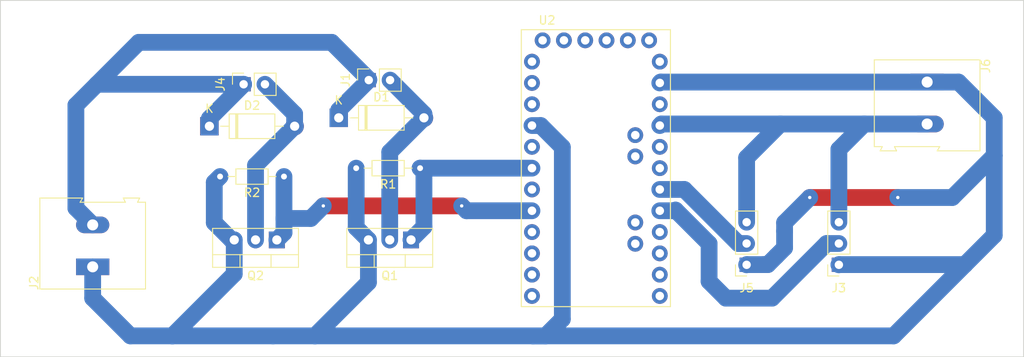
<source format=kicad_pcb>
(kicad_pcb (version 20221018) (generator pcbnew)
  (layers (0 "F.Cu" signal) (31 "B.Cu" signal) (34 "B.Paste" user) (35 "F.Paste" user) (36 "B.SilkS" user "B.Silkscreen") (37 "F.SilkS" user "F.Silkscreen") (38 "B.Mask" user) (39 "F.Mask" user) (44 "Edge.Cuts" user))
  (net 0 "")
  (net 1 "+5V")
  (net 2 "GND")
  (net 3 "+12V")
  (net 4 "Net-(D1-A)")
  (net 5 "Net-(D2-A)")
  (net 6 "/A0")
  (net 7 "/A1")
  (net 8 "/D3")
  (net 9 "/D5")
  (footprint "Package_TO_SOT_THT:TO-220-3_Vertical" (layer "F.Cu") (at 135.46 104.555 180)
    (fp_text reference "Q1" (at 2.54 -4.27) (layer "F.SilkS"))
    (fp_text value "IRLZ44N")
    (fp_line (start -2.58 -3.27) (end -2.58 1.371) (stroke (width 0.12)) (layer "F.SilkS"))
    (fp_line (start -2.58 -3.27) (end 7.66 -3.27) (stroke (width 0.12)) (layer "F.SilkS"))
    (fp_line (start -2.58 -1.76) (end 7.66 -1.76) (stroke (width 0.12)) (layer "F.SilkS"))
    (fp_line (start -2.58 1.371) (end 7.66 1.371) (stroke (width 0.12)) (layer "F.SilkS"))
    (fp_line (start 0.69 -3.27) (end 0.69 -1.76) (stroke (width 0.12)) (layer "F.SilkS"))
    (fp_line (start 4.391 -3.27) (end 4.391 -1.76) (stroke (width 0.12)) (layer "F.SilkS"))
    (fp_line (start 7.66 -3.27) (end 7.66 1.371) (stroke (width 0.12)) (layer "F.SilkS"))
    (pad "1" thru_hole rect (at 0 0 180) (size 1.905 2) (drill 1.1) (layers "*.Cu" "*.Mask") (net 8 "/D3"))
    (pad "2" thru_hole oval (at 2.54 0 180) (size 1.905 2) (drill 1.1) (layers "*.Cu" "*.Mask") (net 4 "Net-(D1-A)"))
    (pad "3" thru_hole oval (at 5.08 0 180) (size 1.905 2) (drill 1.1) (layers "*.Cu" "*.Mask") (net 2 "GND"))
  )
  (footprint "Connector_PinSocket_2.54mm:PinSocket_1x03_P2.54mm_Vertical" (layer "F.Cu") (at 175.475 107.525 180)
    (fp_text reference "J5" (at 0 -2.77) (layer "F.SilkS"))
    (fp_text value "Conn_01x03_Socket")
    (fp_line (start -1.33 1.27) (end -1.33 6.41) (stroke (width 0.12)) (layer "F.SilkS"))
    (fp_line (start -1.33 1.27) (end 1.33 1.27) (stroke (width 0.12)) (layer "F.SilkS"))
    (fp_line (start -1.33 6.41) (end 1.33 6.41) (stroke (width 0.12)) (layer "F.SilkS"))
    (fp_line (start 0 -1.33) (end 1.33 -1.33) (stroke (width 0.12)) (layer "F.SilkS"))
    (fp_line (start 1.33 -1.33) (end 1.33 0) (stroke (width 0.12)) (layer "F.SilkS"))
    (fp_line (start 1.33 1.27) (end 1.33 6.41) (stroke (width 0.12)) (layer "F.SilkS"))
    (pad "1" thru_hole rect (at 0 0 180) (size 1.7 1.7) (drill 1) (layers "*.Cu" "*.Mask") (net 2 "GND"))
    (pad "2" thru_hole oval (at 0 2.54 180) (size 1.7 1.7) (drill 1) (layers "*.Cu" "*.Mask") (net 7 "/A1"))
    (pad "3" thru_hole oval (at 0 5.08 180) (size 1.7 1.7) (drill 1) (layers "*.Cu" "*.Mask") (net 1 "+5V"))
  )
  (footprint "Resistor_THT:R_Axial_DIN0204_L3.6mm_D1.6mm_P7.62mm_Horizontal" (layer "F.Cu") (at 120.31 97 180)
    (fp_text reference "R2" (at 3.81 -1.92) (layer "F.SilkS"))
    (fp_text value "10k")
    (fp_line (start 0.94 0) (end 1.89 0) (stroke (width 0.12)) (layer "F.SilkS"))
    (fp_line (start 1.89 -0.92) (end 1.89 0.92) (stroke (width 0.12)) (layer "F.SilkS"))
    (fp_line (start 1.89 0.92) (end 5.73 0.92) (stroke (width 0.12)) (layer "F.SilkS"))
    (fp_line (start 5.73 -0.92) (end 1.89 -0.92) (stroke (width 0.12)) (layer "F.SilkS"))
    (fp_line (start 5.73 0.92) (end 5.73 -0.92) (stroke (width 0.12)) (layer "F.SilkS"))
    (fp_line (start 6.68 0) (end 5.73 0) (stroke (width 0.12)) (layer "F.SilkS"))
    (pad "1" thru_hole circle (at 0 0 180) (size 1.4 1.4) (drill 0.7) (layers "*.Cu" "*.Mask") (net 9 "/D5"))
    (pad "2" thru_hole oval (at 7.62 0 180) (size 1.4 1.4) (drill 0.7) (layers "*.Cu" "*.Mask") (net 2 "GND"))
  )
  (footprint "Arduino_pro_mini:MODULE_ARDUINO_PRO_MINI" (layer "F.Cu") (at 157.5 96)
    (fp_text reference "U2" (at -5.825 -17.635) (layer "F.SilkS"))
    (fp_text value "ARDUINO_PRO_MINI")
    (fp_line (start -8.89 -16.51) (end -8.89 16.51) (stroke (width 0.127)) (layer "F.SilkS"))
    (fp_line (start -8.89 16.51) (end 8.89 16.51) (stroke (width 0.127)) (layer "F.SilkS"))
    (fp_line (start 8.89 -16.51) (end -8.89 -16.51) (stroke (width 0.127)) (layer "F.SilkS"))
    (fp_line (start 8.89 16.51) (end 8.89 -16.51) (stroke (width 0.127)) (layer "F.SilkS"))
    (pad "JP1_1" thru_hole circle (at 6.35 -15.24) (size 1.8796 1.8796) (drill 1.016) (layers "*.Cu" "*.Mask"))
    (pad "JP1_2" thru_hole circle (at 3.81 -15.24) (size 1.8796 1.8796) (drill 1.016) (layers "*.Cu" "*.Mask"))
    (pad "JP1_3" thru_hole circle (at 1.27 -15.24) (size 1.8796 1.8796) (drill 1.016) (layers "*.Cu" "*.Mask"))
    (pad "JP1_4" thru_hole circle (at -1.27 -15.24) (size 1.8796 1.8796) (drill 1.016) (layers "*.Cu" "*.Mask"))
    (pad "JP1_5" thru_hole circle (at -3.81 -15.24) (size 1.8796 1.8796) (drill 1.016) (layers "*.Cu" "*.Mask") (net 2 "GND"))
    (pad "JP1_6" thru_hole circle (at -6.35 -15.24) (size 1.8796 1.8796) (drill 1.016) (layers "*.Cu" "*.Mask") (net 2 "GND"))
    (pad "JP2_1" thru_hole circle (at 4.699 -1.397) (size 1.8796 1.8796) (drill 1.016) (layers "*.Cu" "*.Mask"))
    (pad "JP2_2" thru_hole circle (at 4.699 -3.937) (size 1.8796 1.8796) (drill 1.016) (layers "*.Cu" "*.Mask"))
    (pad "JP3_1" thru_hole circle (at 4.699 9.017) (size 1.8796 1.8796) (drill 1.016) (layers "*.Cu" "*.Mask"))
    (pad "JP3_2" thru_hole circle (at 4.699 6.477) (size 1.8796 1.8796) (drill 1.016) (layers "*.Cu" "*.Mask"))
    (pad "JP6_1" thru_hole circle (at 7.62 -12.7) (size 1.8796 1.8796) (drill 1.016) (layers "*.Cu" "*.Mask"))
    (pad "JP6_2" thru_hole circle (at 7.62 -10.16) (size 1.8796 1.8796) (drill 1.016) (layers "*.Cu" "*.Mask") (net 2 "GND"))
    (pad "JP6_3" thru_hole circle (at 7.62 -7.62) (size 1.8796 1.8796) (drill 1.016) (layers "*.Cu" "*.Mask"))
    (pad "JP6_4" thru_hole circle (at 7.62 -5.08) (size 1.8796 1.8796) (drill 1.016) (layers "*.Cu" "*.Mask") (net 1 "+5V"))
    (pad "JP6_5" thru_hole circle (at 7.62 -2.54) (size 1.8796 1.8796) (drill 1.016) (layers "*.Cu" "*.Mask"))
    (pad "JP6_6" thru_hole circle (at 7.62 0) (size 1.8796 1.8796) (drill 1.016) (layers "*.Cu" "*.Mask"))
    (pad "JP6_7" thru_hole circle (at 7.62 2.54) (size 1.8796 1.8796) (drill 1.016) (layers "*.Cu" "*.Mask") (net 7 "/A1"))
    (pad "JP6_8" thru_hole circle (at 7.62 5.08) (size 1.8796 1.8796) (drill 1.016) (layers "*.Cu" "*.Mask") (net 6 "/A0"))
    (pad "JP6_9" thru_hole circle (at 7.62 7.62) (size 1.8796 1.8796) (drill 1.016) (layers "*.Cu" "*.Mask"))
    (pad "JP6_10" thru_hole circle (at 7.62 10.16) (size 1.8796 1.8796) (drill 1.016) (layers "*.Cu" "*.Mask"))
    (pad "JP6_11" thru_hole circle (at 7.62 12.7) (size 1.8796 1.8796) (drill 1.016) (layers "*.Cu" "*.Mask"))
    (pad "JP6_12" thru_hole circle (at 7.62 15.24) (size 1.8796 1.8796) (drill 1.016) (layers "*.Cu" "*.Mask"))
    (pad "JP7_1" thru_hole circle (at -7.62 15.24) (size 1.8796 1.8796) (drill 1.016) (layers "*.Cu" "*.Mask"))
    (pad "JP7_2" thru_hole circle (at -7.62 12.7) (size 1.8796 1.8796) (drill 1.016) (layers "*.Cu" "*.Mask"))
    (pad "JP7_3" thru_hole circle (at -7.62 10.16) (size 1.8796 1.8796) (drill 1.016) (layers "*.Cu" "*.Mask"))
    (pad "JP7_4" thru_hole circle (at -7.62 7.62) (size 1.8796 1.8796) (drill 1.016) (layers "*.Cu" "*.Mask"))
    (pad "JP7_5" thru_hole circle (at -7.62 5.08) (size 1.8796 1.8796) (drill 1.016) (layers "*.Cu" "*.Mask") (net 9 "/D5"))
    (pad "JP7_6" thru_hole circle (at -7.62 2.54) (size 1.8796 1.8796) (drill 1.016) (layers "*.Cu" "*.Mask"))
    (pad "JP7_7" thru_hole circle (at -7.62 0) (size 1.8796 1.8796) (drill 1.016) (layers "*.Cu" "*.Mask") (net 8 "/D3"))
    (pad "JP7_8" thru_hole circle (at -7.62 -2.54) (size 1.8796 1.8796) (drill 1.016) (layers "*.Cu" "*.Mask"))
    (pad "JP7_9" thru_hole circle (at -7.62 -5.08) (size 1.8796 1.8796) (drill 1.016) (layers "*.Cu" "*.Mask") (net 2 "GND"))
    (pad "JP7_10" thru_hole circle (at -7.62 -7.62) (size 1.8796 1.8796) (drill 1.016) (layers "*.Cu" "*.Mask"))
    (pad "JP7_11" thru_hole circle (at -7.62 -10.16) (size 1.8796 1.8796) (drill 1.016) (layers "*.Cu" "*.Mask"))
    (pad "JP7_12" thru_hole circle (at -7.62 -12.7) (size 1.8796 1.8796) (drill 1.016) (layers "*.Cu" "*.Mask"))
  )
  (footprint "TerminalBlock:TerminalBlock_Altech_AK300-2_P5.00mm" (layer "F.Cu") (at 197 85.735 -90)
    (fp_text reference "J6" (at -1.92 -6.99 90) (layer "F.SilkS"))
    (fp_text value "Screw_Terminal_01x02")
    (fp_line (start -2.65 -6.3) (end -2.65 6.3) (stroke (width 0.12)) (layer "F.SilkS"))
    (fp_line (start -2.65 6.3) (end 7.7 6.3) (stroke (width 0.12)) (layer "F.SilkS"))
    (fp_line (start 7.7 -1.5) (end 8.2 -1.2) (stroke (width 0.12)) (layer "F.SilkS"))
    (fp_line (start 7.7 3.9) (end 7.7 -1.5) (stroke (width 0.12)) (layer "F.SilkS"))
    (fp_line (start 7.7 5.35) (end 8.2 5.6) (stroke (width 0.12)) (layer "F.SilkS"))
    (fp_line (start 7.7 6.3) (end 7.7 5.35) (stroke (width 0.12)) (layer "F.SilkS"))
    (fp_line (start 8.2 -6.3) (end -2.65 -6.3) (stroke (width 0.12)) (layer "F.SilkS"))
    (fp_line (start 8.2 -1.2) (end 8.2 -6.3) (stroke (width 0.12)) (layer "F.SilkS"))
    (fp_line (start 8.2 3.65) (end 7.7 3.9) (stroke (width 0.12)) (layer "F.SilkS"))
    (fp_line (start 8.2 3.7) (end 8.2 3.65) (stroke (width 0.12)) (layer "F.SilkS"))
    (fp_line (start 8.2 5.6) (end 8.2 3.7) (stroke (width 0.12)) (layer "F.SilkS"))
    (pad "1" thru_hole rect (at 0 0 270) (size 1.98 3.96) (drill 1.32) (layers "*.Cu" "*.Mask") (net 2 "GND"))
    (pad "2" thru_hole oval (at 5 0 270) (size 1.98 3.96) (drill 1.32) (layers "*.Cu" "*.Mask") (net 1 "+5V"))
  )
  (footprint "Connector_PinSocket_2.54mm:PinSocket_1x02_P2.54mm_Vertical" (layer "F.Cu") (at 115.5 86 90)
    (fp_text reference "J4" (at 0 -2.77 90) (layer "F.SilkS"))
    (fp_text value "Conn_01x02_Socket")
    (fp_line (start -1.33 1.27) (end -1.33 3.87) (stroke (width 0.12)) (layer "F.SilkS"))
    (fp_line (start -1.33 1.27) (end 1.33 1.27) (stroke (width 0.12)) (layer "F.SilkS"))
    (fp_line (start -1.33 3.87) (end 1.33 3.87) (stroke (width 0.12)) (layer "F.SilkS"))
    (fp_line (start 0 -1.33) (end 1.33 -1.33) (stroke (width 0.12)) (layer "F.SilkS"))
    (fp_line (start 1.33 -1.33) (end 1.33 0) (stroke (width 0.12)) (layer "F.SilkS"))
    (fp_line (start 1.33 1.27) (end 1.33 3.87) (stroke (width 0.12)) (layer "F.SilkS"))
    (pad "1" thru_hole rect (at 0 0 90) (size 1.7 1.7) (drill 1) (layers "*.Cu" "*.Mask") (net 3 "+12V"))
    (pad "2" thru_hole oval (at 0 2.54 90) (size 1.7 1.7) (drill 1) (layers "*.Cu" "*.Mask") (net 5 "Net-(D2-A)"))
  )
  (footprint "Package_TO_SOT_THT:TO-220-3_Vertical" (layer "F.Cu") (at 119.46 104.555 180)
    (fp_text reference "Q2" (at 2.54 -4.27) (layer "F.SilkS"))
    (fp_text value "IRLZ44N" hide)
    (fp_line (start -2.58 -3.27) (end -2.58 1.371) (stroke (width 0.12)) (layer "F.SilkS"))
    (fp_line (start -2.58 -3.27) (end 7.66 -3.27) (stroke (width 0.12)) (layer "F.SilkS"))
    (fp_line (start -2.58 -1.76) (end 7.66 -1.76) (stroke (width 0.12)) (layer "F.SilkS"))
    (fp_line (start -2.58 1.371) (end 7.66 1.371) (stroke (width 0.12)) (layer "F.SilkS"))
    (fp_line (start 0.69 -3.27) (end 0.69 -1.76) (stroke (width 0.12)) (layer "F.SilkS"))
    (fp_line (start 4.391 -3.27) (end 4.391 -1.76) (stroke (width 0.12)) (layer "F.SilkS"))
    (fp_line (start 7.66 -3.27) (end 7.66 1.371) (stroke (width 0.12)) (layer "F.SilkS"))
    (pad "1" thru_hole rect (at 0 0 180) (size 1.905 2) (drill 1.1) (layers "*.Cu" "*.Mask") (net 9 "/D5"))
    (pad "2" thru_hole oval (at 2.54 0 180) (size 1.905 2) (drill 1.1) (layers "*.Cu" "*.Mask") (net 5 "Net-(D2-A)"))
    (pad "3" thru_hole oval (at 5.08 0 180) (size 1.905 2) (drill 1.1) (layers "*.Cu" "*.Mask") (net 2 "GND"))
  )
  (footprint "Connector_PinSocket_2.54mm:PinSocket_1x02_P2.54mm_Vertical" (layer "F.Cu") (at 130.42 85.5 90)
    (fp_text reference "J1" (at 0 -2.77 90) (layer "F.SilkS"))
    (fp_text value "Conn_01x02_Socket")
    (fp_line (start -1.33 1.27) (end -1.33 3.87) (stroke (width 0.12)) (layer "F.SilkS"))
    (fp_line (start -1.33 1.27) (end 1.33 1.27) (stroke (width 0.12)) (layer "F.SilkS"))
    (fp_line (start -1.33 3.87) (end 1.33 3.87) (stroke (width 0.12)) (layer "F.SilkS"))
    (fp_line (start 0 -1.33) (end 1.33 -1.33) (stroke (width 0.12)) (layer "F.SilkS"))
    (fp_line (start 1.33 -1.33) (end 1.33 0) (stroke (width 0.12)) (layer "F.SilkS"))
    (fp_line (start 1.33 1.27) (end 1.33 3.87) (stroke (width 0.12)) (layer "F.SilkS"))
    (pad "1" thru_hole rect (at 0 0 90) (size 1.7 1.7) (drill 1) (layers "*.Cu" "*.Mask") (net 3 "+12V"))
    (pad "2" thru_hole oval (at 0 2.54 90) (size 1.7 1.7) (drill 1) (layers "*.Cu" "*.Mask") (net 4 "Net-(D1-A)"))
  )
  (footprint "Diode_THT:D_DO-41_SOD81_P10.16mm_Horizontal" (layer "F.Cu") (at 126.84 90)
    (fp_text reference "D1" (at 5.08 -2.47) (layer "F.SilkS"))
    (fp_text value "1N4001")
    (fp_text user "K" (at 0 -2.1) (layer "F.SilkS"))
    (fp_line (start 1.34 0) (end 2.36 0) (stroke (width 0.12)) (layer "F.SilkS"))
    (fp_line (start 2.36 -1.47) (end 2.36 1.47) (stroke (width 0.12)) (layer "F.SilkS"))
    (fp_line (start 2.36 1.47) (end 7.8 1.47) (stroke (width 0.12)) (layer "F.SilkS"))
    (fp_line (start 3.14 -1.47) (end 3.14 1.47) (stroke (width 0.12)) (layer "F.SilkS"))
    (fp_line (start 3.26 -1.47) (end 3.26 1.47) (stroke (width 0.12)) (layer "F.SilkS"))
    (fp_line (start 3.38 -1.47) (end 3.38 1.47) (stroke (width 0.12)) (layer "F.SilkS"))
    (fp_line (start 7.8 -1.47) (end 2.36 -1.47) (stroke (width 0.12)) (layer "F.SilkS"))
    (fp_line (start 7.8 1.47) (end 7.8 -1.47) (stroke (width 0.12)) (layer "F.SilkS"))
    (fp_line (start 8.82 0) (end 7.8 0) (stroke (width 0.12)) (layer "F.SilkS"))
    (pad "1" thru_hole rect (at 0 0) (size 2.2 2.2) (drill 1.1) (layers "*.Cu" "*.Mask") (net 3 "+12V"))
    (pad "2" thru_hole oval (at 10.16 0) (size 2.2 2.2) (drill 1.1) (layers "*.Cu" "*.Mask") (net 4 "Net-(D1-A)"))
  )
  (footprint "TerminalBlock:TerminalBlock_Altech_AK300-2_P5.00mm" (layer "F.Cu") (at 97.5 107.765 90)
    (fp_text reference "J2" (at -1.92 -6.99 90) (layer "F.SilkS"))
    (fp_text value "Screw_Terminal_01x02")
    (fp_line (start -2.65 -6.3) (end -2.65 6.3) (stroke (width 0.12)) (layer "F.SilkS"))
    (fp_line (start -2.65 6.3) (end 7.7 6.3) (stroke (width 0.12)) (layer "F.SilkS"))
    (fp_line (start 7.7 -1.5) (end 8.2 -1.2) (stroke (width 0.12)) (layer "F.SilkS"))
    (fp_line (start 7.7 3.9) (end 7.7 -1.5) (stroke (width 0.12)) (layer "F.SilkS"))
    (fp_line (start 7.7 5.35) (end 8.2 5.6) (stroke (width 0.12)) (layer "F.SilkS"))
    (fp_line (start 7.7 6.3) (end 7.7 5.35) (stroke (width 0.12)) (layer "F.SilkS"))
    (fp_line (start 8.2 -6.3) (end -2.65 -6.3) (stroke (width 0.12)) (layer "F.SilkS"))
    (fp_line (start 8.2 -1.2) (end 8.2 -6.3) (stroke (width 0.12)) (layer "F.SilkS"))
    (fp_line (start 8.2 3.65) (end 7.7 3.9) (stroke (width 0.12)) (layer "F.SilkS"))
    (fp_line (start 8.2 3.7) (end 8.2 3.65) (stroke (width 0.12)) (layer "F.SilkS"))
    (fp_line (start 8.2 5.6) (end 8.2 3.7) (stroke (width 0.12)) (layer "F.SilkS"))
    (pad "1" thru_hole rect (at 0 0 90) (size 1.98 3.96) (drill 1.32) (layers "*.Cu" "*.Mask") (net 2 "GND"))
    (pad "2" thru_hole oval (at 5 0 90) (size 1.98 3.96) (drill 1.32) (layers "*.Cu" "*.Mask") (net 3 "+12V"))
  )
  (footprint "Diode_THT:D_DO-41_SOD81_P10.16mm_Horizontal" (layer "F.Cu") (at 111.42 91)
    (fp_text reference "D2" (at 5.08 -2.47) (layer "F.SilkS"))
    (fp_text value "1N4001")
    (fp_text user "K" (at 0 -2.1) (layer "F.SilkS"))
    (fp_line (start 1.34 0) (end 2.36 0) (stroke (width 0.12)) (layer "F.SilkS"))
    (fp_line (start 2.36 -1.47) (end 2.36 1.47) (stroke (width 0.12)) (layer "F.SilkS"))
    (fp_line (start 2.36 1.47) (end 7.8 1.47) (stroke (width 0.12)) (layer "F.SilkS"))
    (fp_line (start 3.14 -1.47) (end 3.14 1.47) (stroke (width 0.12)) (layer "F.SilkS"))
    (fp_line (start 3.26 -1.47) (end 3.26 1.47) (stroke (width 0.12)) (layer "F.SilkS"))
    (fp_line (start 3.38 -1.47) (end 3.38 1.47) (stroke (width 0.12)) (layer "F.SilkS"))
    (fp_line (start 7.8 -1.47) (end 2.36 -1.47) (stroke (width 0.12)) (layer "F.SilkS"))
    (fp_line (start 7.8 1.47) (end 7.8 -1.47) (stroke (width 0.12)) (layer "F.SilkS"))
    (fp_line (start 8.82 0) (end 7.8 0) (stroke (width 0.12)) (layer "F.SilkS"))
    (pad "1" thru_hole rect (at 0 0) (size 2.2 2.2) (drill 1.1) (layers "*.Cu" "*.Mask") (net 3 "+12V"))
    (pad "2" thru_hole oval (at 10.16 0) (size 2.2 2.2) (drill 1.1) (layers "*.Cu" "*.Mask") (net 5 "Net-(D2-A)"))
  )
  (footprint "Connector_PinSocket_2.54mm:PinSocket_1x03_P2.54mm_Vertical" (layer "F.Cu") (at 186.475 107.525 180)
    (fp_text reference "J3" (at 0 -2.77) (layer "F.SilkS"))
    (fp_text value "Conn_01x03_Socket")
    (fp_line (start -1.33 1.27) (end -1.33 6.41) (stroke (width 0.12)) (layer "F.SilkS"))
    (fp_line (start -1.33 1.27) (end 1.33 1.27) (stroke (width 0.12)) (layer "F.SilkS"))
    (fp_line (start -1.33 6.41) (end 1.33 6.41) (stroke (width 0.12)) (layer "F.SilkS"))
    (fp_line (start 0 -1.33) (end 1.33 -1.33) (stroke (width 0.12)) (layer "F.SilkS"))
    (fp_line (start 1.33 -1.33) (end 1.33 0) (stroke (width 0.12)) (layer "F.SilkS"))
    (fp_line (start 1.33 1.27) (end 1.33 6.41) (stroke (width 0.12)) (layer "F.SilkS"))
    (pad "1" thru_hole rect (at 0 0 180) (size 1.7 1.7) (drill 1) (layers "*.Cu" "*.Mask") (net 2 "GND"))
    (pad "2" thru_hole oval (at 0 2.54 180) (size 1.7 1.7) (drill 1) (layers "*.Cu" "*.Mask") (net 6 "/A0"))
    (pad "3" thru_hole oval (at 0 5.08 180) (size 1.7 1.7) (drill 1) (layers "*.Cu" "*.Mask") (net 1 "+5V"))
  )
  (footprint "Resistor_THT:R_Axial_DIN0204_L3.6mm_D1.6mm_P7.62mm_Horizontal" (layer "F.Cu") (at 136.54 96 180)
    (fp_text reference "R1" (at 3.81 -1.92) (layer "F.SilkS"))
    (fp_text value "10k")
    (fp_line (start 0.94 0) (end 1.89 0) (stroke (width 0.12)) (layer "F.SilkS"))
    (fp_line (start 1.89 -0.92) (end 1.89 0.92) (stroke (width 0.12)) (layer "F.SilkS"))
    (fp_line (start 1.89 0.92) (end 5.73 0.92) (stroke (width 0.12)) (layer "F.SilkS"))
    (fp_line (start 5.73 -0.92) (end 1.89 -0.92) (stroke (width 0.12)) (layer "F.SilkS"))
    (fp_line (start 5.73 0.92) (end 5.73 -0.92) (stroke (width 0.12)) (layer "F.SilkS"))
    (fp_line (start 6.68 0) (end 5.73 0) (stroke (width 0.12)) (layer "F.SilkS"))
    (pad "1" thru_hole circle (at 0 0 180) (size 1.4 1.4) (drill 0.7) (layers "*.Cu" "*.Mask") (net 8 "/D3"))
    (pad "2" thru_hole oval (at 7.62 0 180) (size 1.4 1.4) (drill 0.7) (layers "*.Cu" "*.Mask") (net 2 "GND"))
  )
  (gr_rect (start 86.5 76) (end 208.5 118.5) (stroke (width 0.1)) (fill none) (layer "Edge.Cuts"))
  (segment (start 175.475 94.76) (end 179.5 90.735) (width 2) (layer "B.Cu") (net 1))
  (segment (start 175.475 102.445) (end 175.475 94.76) (width 2) (layer "B.Cu") (net 1))
  (segment (start 179.5 90.735) (end 165.305 90.735) (width 2) (layer "B.Cu") (net 1))
  (segment (start 197 90.735) (end 189.5 90.735) (width 2) (layer "B.Cu") (net 1))
  (segment (start 186.475 93.76) (end 189.5 90.735) (width 2) (layer "B.Cu") (net 1))
  (segment (start 186.475 102.445) (end 186.475 93.76) (width 2) (layer "B.Cu") (net 1))
  (segment (start 189.5 90.735) (end 179.5 90.735) (width 2) (layer "B.Cu") (net 1))
  (segment (start 165.305 90.735) (end 165.12 90.92) (width 2) (layer "B.Cu") (net 1))
  (segment (start 183 99.5) (end 193.5 99.5) (width 2) (layer "F.Cu") (net 2))
  (via (at 193.5 99.5) (size 0.8) (drill 0.4) (layers "F.Cu" "B.Cu") (net 2))
  (via (at 183 99.5) (size 0.8) (drill 0.4) (layers "F.Cu" "B.Cu") (net 2))
  (segment (start 130.38 104.555) (end 130.38 109.62) (width 2) (layer "B.Cu") (net 2))
  (segment (start 97.5 111.5) (end 102 116) (width 2) (layer "B.Cu") (net 2))
  (segment (start 150 116) (end 193 116) (width 2) (layer "B.Cu") (net 2))
  (segment (start 112 102.5) (end 112 97.69) (width 2) (layer "B.Cu") (net 2))
  (segment (start 186.5 107.5) (end 186.475 107.525) (width 2) (layer "B.Cu") (net 2))
  (segment (start 180 103.5) (end 180 102.5) (width 2) (layer "B.Cu") (net 2))
  (segment (start 97.5 107.765) (end 97.5 111.5) (width 2) (layer "B.Cu") (net 2))
  (segment (start 165.225 85.735) (end 165.12 85.84) (width 2) (layer "B.Cu") (net 2))
  (segment (start 175.475 107.525) (end 175.5 107.5) (width 2) (layer "B.Cu") (net 2))
  (segment (start 193.5 99.5) (end 200 99.5) (width 2) (layer "B.Cu") (net 2))
  (segment (start 153.5 114) (end 151.5 116) (width 2) (layer "B.Cu") (net 2))
  (segment (start 175.5 107.5) (end 177.5 107.5) (width 2) (layer "B.Cu") (net 2))
  (segment (start 178 107.5) (end 179 106.5) (width 2) (layer "B.Cu") (net 2))
  (segment (start 130.38 104.555) (end 128.92 103.095) (width 2) (layer "B.Cu") (net 2))
  (segment (start 197 85.735) (end 200.735 85.735) (width 2) (layer "B.Cu") (net 2))
  (segment (start 193 116) (end 201.5 107.5) (width 2) (layer "B.Cu") (net 2))
  (segment (start 119 116) (end 107 116) (width 2) (layer "B.Cu") (net 2))
  (segment (start 180 105.5) (end 180 103.5) (width 2) (layer "B.Cu") (net 2))
  (segment (start 205 104) (end 201.5 107.5) (width 2) (layer "B.Cu") (net 2))
  (segment (start 200.735 85.735) (end 205 90) (width 2) (layer "B.Cu") (net 2))
  (segment (start 128.92 103.095) (end 128.92 96) (width 2) (layer "B.Cu") (net 2))
  (segment (start 114.38 108.62) (end 107 116) (width 2) (layer "B.Cu") (net 2))
  (segment (start 179 106.5) (end 180 105.5) (width 2) (layer "B.Cu") (net 2))
  (segment (start 130.38 109.62) (end 124 116) (width 2) (layer "B.Cu") (net 2))
  (segment (start 114.055 104.555) (end 112 102.5) (width 2) (layer "B.Cu") (net 2))
  (segment (start 150 116) (end 124 116) (width 2) (layer "B.Cu") (net 2))
  (segment (start 205 94.5) (end 205 104) (width 2) (layer "B.Cu") (net 2))
  (segment (start 177.5 107.5) (end 178 107.5) (width 2) (layer "B.Cu") (net 2))
  (segment (start 112 97.69) (end 112.69 97) (width 2) (layer "B.Cu") (net 2))
  (segment (start 114.38 104.555) (end 114.38 108.62) (width 2) (layer "B.Cu") (net 2))
  (segment (start 197 85.735) (end 165.225 85.735) (width 2) (layer "B.Cu") (net 2))
  (segment (start 201.5 107.5) (end 186.5 107.5) (width 2) (layer "B.Cu") (net 2))
  (segment (start 205 90) (end 205 94.5) (width 2) (layer "B.Cu") (net 2))
  (segment (start 149.88 90.92) (end 150.92 90.92) (width 2) (layer "B.Cu") (net 2))
  (segment (start 102 116) (end 107 116) (width 2) (layer "B.Cu") (net 2))
  (segment (start 151.5 116) (end 150 116) (width 2) (layer "B.Cu") (net 2))
  (segment (start 153.5 93.5) (end 153.5 114) (width 2) (layer "B.Cu") (net 2))
  (segment (start 200 99.5) (end 205 94.5) (width 2) (layer "B.Cu") (net 2))
  (segment (start 150.92 90.92) (end 153.5 93.5) (width 2) (layer "B.Cu") (net 2))
  (segment (start 114.38 104.555) (end 114.055 104.555) (width 2) (layer "B.Cu") (net 2))
  (segment (start 180 102.5) (end 183 99.5) (width 2) (layer "B.Cu") (net 2))
  (segment (start 124 116) (end 119 116) (width 2) (layer "B.Cu") (net 2))
  (segment (start 103 81) (end 126 81) (width 2) (layer "B.Cu") (net 3))
  (segment (start 126 81) (end 130.42 85.42) (width 2) (layer "B.Cu") (net 3))
  (segment (start 126.84 90) (end 126.84 89.08) (width 2) (layer "B.Cu") (net 3))
  (segment (start 111.42 91) (end 111.42 90.08) (width 2) (layer "B.Cu") (net 3))
  (segment (start 98 86) (end 103 81) (width 2) (layer "B.Cu") (net 3))
  (segment (start 98 86) (end 95.5 88.5) (width 2) (layer "B.Cu") (net 3))
  (segment (start 98 86) (end 115.5 86) (width 2) (layer "B.Cu") (net 3))
  (segment (start 126.84 89.08) (end 130.42 85.5) (width 2) (layer "B.Cu") (net 3))
  (segment (start 95.5 100.765) (end 97.5 102.765) (width 2) (layer "B.Cu") (net 3))
  (segment (start 111.42 90.08) (end 115.5 86) (width 2) (layer "B.Cu") (net 3))
  (segment (start 95.5 88.5) (end 95.5 100.765) (width 2) (layer "B.Cu") (net 3))
  (segment (start 130.42 85.42) (end 130.42 85.5) (width 2) (layer "B.Cu") (net 3))
  (segment (start 132.92 94.08) (end 137 90) (width 2) (layer "B.Cu") (net 4))
  (segment (start 137 89.54) (end 132.96 85.5) (width 2) (layer "B.Cu") (net 4))
  (segment (start 132.92 104.555) (end 132.92 94.08) (width 2) (layer "B.Cu") (net 4))
  (segment (start 137 90) (end 137 89.54) (width 2) (layer "B.Cu") (net 4))
  (segment (start 116.92 95.66) (end 121.58 91) (width 2) (layer "B.Cu") (net 5))
  (segment (start 121.58 89.54) (end 118.04 86) (width 2) (layer "B.Cu") (net 5))
  (segment (start 116.92 104.555) (end 116.92 95.66) (width 2) (layer "B.Cu") (net 5))
  (segment (start 121.58 91) (end 121.58 89.54) (width 2) (layer "B.Cu") (net 5))
  (segment (start 178.5 111.5) (end 185.015 104.985) (width 2) (layer "B.Cu") (net 6))
  (segment (start 185.015 104.985) (end 186.475 104.985) (width 2) (layer "B.Cu") (net 6))
  (segment (start 171 105) (end 171 109.5) (width 2) (layer "B.Cu") (net 6))
  (segment (start 166.92 101.08) (end 167 101) (width 2) (layer "B.Cu") (net 6))
  (segment (start 171 109.5) (end 173 111.5) (width 2) (layer "B.Cu") (net 6))
  (segment (start 173 111.5) (end 178.5 111.5) (width 2) (layer "B.Cu") (net 6))
  (segment (start 165.12 101.08) (end 166.92 101.08) (width 2) (layer "B.Cu") (net 6))
  (segment (start 167 101) (end 171 105) (width 2) (layer "B.Cu") (net 6))
  (segment (start 174.485 104.985) (end 168.04 98.54) (width 2) (layer "B.Cu") (net 7))
  (segment (start 175.475 104.985) (end 174.485 104.985) (width 2) (layer "B.Cu") (net 7))
  (segment (start 168.04 98.54) (end 165.12 98.54) (width 2) (layer "B.Cu") (net 7))
  (segment (start 135.46 104.555) (end 135.46 104.54) (width 2) (layer "B.Cu") (net 8))
  (segment (start 135.46 104.54) (end 137 103) (width 2) (layer "B.Cu") (net 8))
  (segment (start 136.54 96) (end 149.88 96) (width 2) (layer "B.Cu") (net 8))
  (segment (start 137 103) (end 137 96.46) (width 2) (layer "B.Cu") (net 8))
  (segment (start 137 96.46) (end 136.54 96) (width 2) (layer "B.Cu") (net 8))
  (segment (start 125 100.5) (end 141.5 100.5) (width 2) (layer "F.Cu") (net 9))
  (via (at 125 100.5) (size 0.8) (drill 0.4) (layers "F.Cu" "B.Cu") (net 9))
  (via (at 141.5 100.5) (size 0.8) (drill 0.4) (layers "F.Cu" "B.Cu") (net 9))
  (segment (start 149.88 101.08) (end 142.08 101.08) (width 2) (layer "B.Cu") (net 9))
  (segment (start 142.08 101.08) (end 141.5 100.5) (width 2) (layer "B.Cu") (net 9))
  (segment (start 120.31 102) (end 120.31 103.705) (width 2) (layer "B.Cu") (net 9))
  (segment (start 120.31 102) (end 123.5 102) (width 2) (layer "B.Cu") (net 9))
  (segment (start 123.5 102) (end 125 100.5) (width 2) (layer "B.Cu") (net 9))
  (segment (start 120.31 97) (end 120.31 102) (width 2) (layer "B.Cu") (net 9))
  (segment (start 120.31 103.705) (end 119.46 104.555) (width 2) (layer "B.Cu") (net 9))
)
</source>
